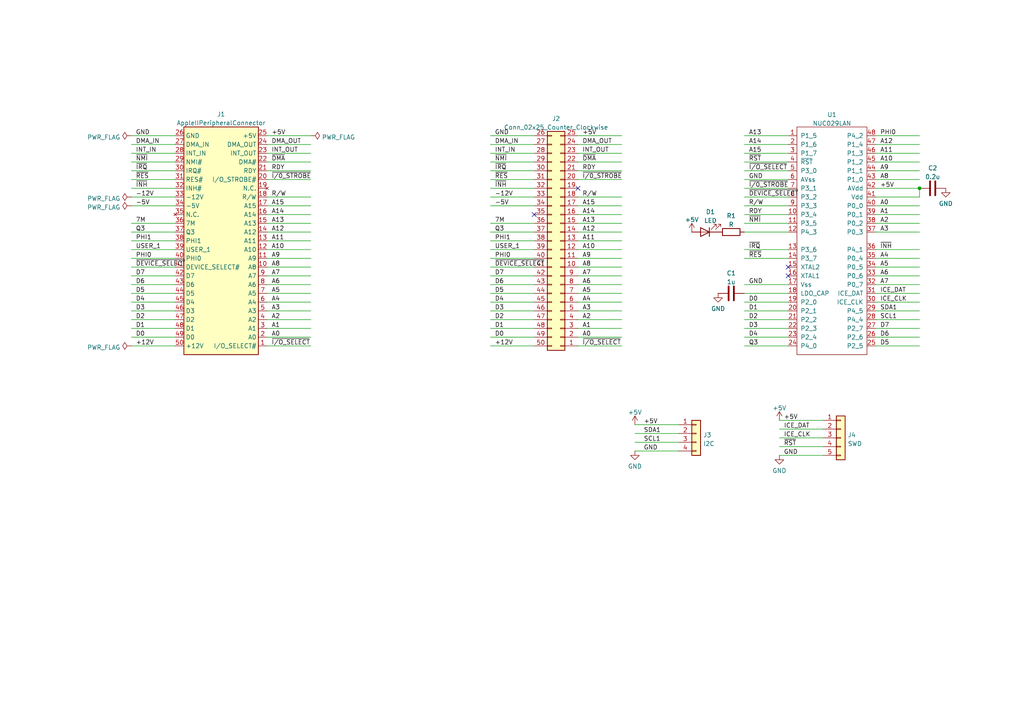
<source format=kicad_sch>
(kicad_sch (version 20211123) (generator eeschema)
  (paper "A4")
  (lib_symbols
    (symbol "Connector_Generic:Conn_01x04" (pin_names (offset 1.016) hide)
      (property "Reference" "J" (at 0 5.08 0))
      (property "Value" "Conn_01x04" (at 0 -7.62 0))
      (symbol "Conn_01x04_1_1"
        (rectangle (start -1.27 -4.953) (end 0 -5.207) (stroke (width 0.1524)))
        (rectangle (start -1.27 -2.413) (end 0 -2.667) (stroke (width 0.1524)))
        (rectangle (start -1.27 0.127) (end 0 -0.127) (stroke (width 0.1524)))
        (rectangle (start -1.27 2.667) (end 0 2.413) (stroke (width 0.1524)))
        (rectangle (start -1.27 3.81) (end 1.27 -6.35) (stroke (width 0.254)) (fill (type background)))
        (pin passive line (at -5.08 2.54 0) (length 3.81) (name "Pin_1") (number "1"))
        (pin passive line (at -5.08 0 0) (length 3.81) (name "Pin_2") (number "2"))
        (pin passive line (at -5.08 -2.54 0) (length 3.81) (name "Pin_3") (number "3"))
        (pin passive line (at -5.08 -5.08 0) (length 3.81) (name "Pin_4") (number "4"))
      )
    )
    (symbol "Connector_Generic:Conn_01x05" (pin_names (offset 1.016) hide)
      (property "Reference" "J" (at 0 7.62 0))
      (property "Value" "Conn_01x05" (at 0 -7.62 0))
      (symbol "Conn_01x05_1_1"
        (rectangle (start -1.27 -4.953) (end 0 -5.207) (stroke (width 0.1524)))
        (rectangle (start -1.27 -2.413) (end 0 -2.667) (stroke (width 0.1524)))
        (rectangle (start -1.27 0.127) (end 0 -0.127) (stroke (width 0.1524)))
        (rectangle (start -1.27 2.667) (end 0 2.413) (stroke (width 0.1524)))
        (rectangle (start -1.27 5.207) (end 0 4.953) (stroke (width 0.1524)))
        (rectangle (start -1.27 6.35) (end 1.27 -6.35) (stroke (width 0.254)) (fill (type background)))
        (pin passive line (at -5.08 5.08 0) (length 3.81) (name "Pin_1") (number "1"))
        (pin passive line (at -5.08 2.54 0) (length 3.81) (name "Pin_2") (number "2"))
        (pin passive line (at -5.08 0 0) (length 3.81) (name "Pin_3") (number "3"))
        (pin passive line (at -5.08 -2.54 0) (length 3.81) (name "Pin_4") (number "4"))
        (pin passive line (at -5.08 -5.08 0) (length 3.81) (name "Pin_5") (number "5"))
      )
    )
    (symbol "Connector_Generic:Conn_02x25_Counter_Clockwise" (pin_names (offset 1.016) hide)
      (property "Reference" "J" (at 1.27 33.02 0))
      (property "Value" "Conn_02x25_Counter_Clockwise" (at 1.27 -33.02 0))
      (symbol "Conn_02x25_Counter_Clockwise_1_1"
        (rectangle (start -1.27 -30.353) (end 0 -30.607) (stroke (width 0.1524)))
        (rectangle (start -1.27 -27.813) (end 0 -28.067) (stroke (width 0.1524)))
        (rectangle (start -1.27 -25.273) (end 0 -25.527) (stroke (width 0.1524)))
        (rectangle (start -1.27 -22.733) (end 0 -22.987) (stroke (width 0.1524)))
        (rectangle (start -1.27 -20.193) (end 0 -20.447) (stroke (width 0.1524)))
        (rectangle (start -1.27 -17.653) (end 0 -17.907) (stroke (width 0.1524)))
        (rectangle (start -1.27 -15.113) (end 0 -15.367) (stroke (width 0.1524)))
        (rectangle (start -1.27 -12.573) (end 0 -12.827) (stroke (width 0.1524)))
        (rectangle (start -1.27 -10.033) (end 0 -10.287) (stroke (width 0.1524)))
        (rectangle (start -1.27 -7.493) (end 0 -7.747) (stroke (width 0.1524)))
        (rectangle (start -1.27 -4.953) (end 0 -5.207) (stroke (width 0.1524)))
        (rectangle (start -1.27 -2.413) (end 0 -2.667) (stroke (width 0.1524)))
        (rectangle (start -1.27 0.127) (end 0 -0.127) (stroke (width 0.1524)))
        (rectangle (start -1.27 2.667) (end 0 2.413) (stroke (width 0.1524)))
        (rectangle (start -1.27 5.207) (end 0 4.953) (stroke (width 0.1524)))
        (rectangle (start -1.27 7.747) (end 0 7.493) (stroke (width 0.1524)))
        (rectangle (start -1.27 10.287) (end 0 10.033) (stroke (width 0.1524)))
        (rectangle (start -1.27 12.827) (end 0 12.573) (stroke (width 0.1524)))
        (rectangle (start -1.27 15.367) (end 0 15.113) (stroke (width 0.1524)))
        (rectangle (start -1.27 17.907) (end 0 17.653) (stroke (width 0.1524)))
        (rectangle (start -1.27 20.447) (end 0 20.193) (stroke (width 0.1524)))
        (rectangle (start -1.27 22.987) (end 0 22.733) (stroke (width 0.1524)))
        (rectangle (start -1.27 25.527) (end 0 25.273) (stroke (width 0.1524)))
        (rectangle (start -1.27 28.067) (end 0 27.813) (stroke (width 0.1524)))
        (rectangle (start -1.27 30.607) (end 0 30.353) (stroke (width 0.1524)))
        (rectangle (start -1.27 31.75) (end 3.81 -31.75) (stroke (width 0.254)) (fill (type background)))
        (rectangle (start 3.81 -30.353) (end 2.54 -30.607) (stroke (width 0.1524)))
        (rectangle (start 3.81 -27.813) (end 2.54 -28.067) (stroke (width 0.1524)))
        (rectangle (start 3.81 -25.273) (end 2.54 -25.527) (stroke (width 0.1524)))
        (rectangle (start 3.81 -22.733) (end 2.54 -22.987) (stroke (width 0.1524)))
        (rectangle (start 3.81 -20.193) (end 2.54 -20.447) (stroke (width 0.1524)))
        (rectangle (start 3.81 -17.653) (end 2.54 -17.907) (stroke (width 0.1524)))
        (rectangle (start 3.81 -15.113) (end 2.54 -15.367) (stroke (width 0.1524)))
        (rectangle (start 3.81 -12.573) (end 2.54 -12.827) (stroke (width 0.1524)))
        (rectangle (start 3.81 -10.033) (end 2.54 -10.287) (stroke (width 0.1524)))
        (rectangle (start 3.81 -7.493) (end 2.54 -7.747) (stroke (width 0.1524)))
        (rectangle (start 3.81 -4.953) (end 2.54 -5.207) (stroke (width 0.1524)))
        (rectangle (start 3.81 -2.413) (end 2.54 -2.667) (stroke (width 0.1524)))
        (rectangle (start 3.81 0.127) (end 2.54 -0.127) (stroke (width 0.1524)))
        (rectangle (start 3.81 2.667) (end 2.54 2.413) (stroke (width 0.1524)))
        (rectangle (start 3.81 5.207) (end 2.54 4.953) (stroke (width 0.1524)))
        (rectangle (start 3.81 7.747) (end 2.54 7.493) (stroke (width 0.1524)))
        (rectangle (start 3.81 10.287) (end 2.54 10.033) (stroke (width 0.1524)))
        (rectangle (start 3.81 12.827) (end 2.54 12.573) (stroke (width 0.1524)))
        (rectangle (start 3.81 15.367) (end 2.54 15.113) (stroke (width 0.1524)))
        (rectangle (start 3.81 17.907) (end 2.54 17.653) (stroke (width 0.1524)))
        (rectangle (start 3.81 20.447) (end 2.54 20.193) (stroke (width 0.1524)))
        (rectangle (start 3.81 22.987) (end 2.54 22.733) (stroke (width 0.1524)))
        (rectangle (start 3.81 25.527) (end 2.54 25.273) (stroke (width 0.1524)))
        (rectangle (start 3.81 28.067) (end 2.54 27.813) (stroke (width 0.1524)))
        (rectangle (start 3.81 30.607) (end 2.54 30.353) (stroke (width 0.1524)))
        (pin passive line (at -5.08 30.48 0) (length 3.81) (name "Pin_1") (number "1"))
        (pin passive line (at -5.08 7.62 0) (length 3.81) (name "Pin_10") (number "10"))
        (pin passive line (at -5.08 5.08 0) (length 3.81) (name "Pin_11") (number "11"))
        (pin passive line (at -5.08 2.54 0) (length 3.81) (name "Pin_12") (number "12"))
        (pin passive line (at -5.08 0 0) (length 3.81) (name "Pin_13") (number "13"))
        (pin passive line (at -5.08 -2.54 0) (length 3.81) (name "Pin_14") (number "14"))
        (pin passive line (at -5.08 -5.08 0) (length 3.81) (name "Pin_15") (number "15"))
        (pin passive line (at -5.08 -7.62 0) (length 3.81) (name "Pin_16") (number "16"))
        (pin passive line (at -5.08 -10.16 0) (length 3.81) (name "Pin_17") (number "17"))
        (pin passive line (at -5.08 -12.7 0) (length 3.81) (name "Pin_18") (number "18"))
        (pin passive line (at -5.08 -15.24 0) (length 3.81) (name "Pin_19") (number "19"))
        (pin passive line (at -5.08 27.94 0) (length 3.81) (name "Pin_2") (number "2"))
        (pin passive line (at -5.08 -17.78 0) (length 3.81) (name "Pin_20") (number "20"))
        (pin passive line (at -5.08 -20.32 0) (length 3.81) (name "Pin_21") (number "21"))
        (pin passive line (at -5.08 -22.86 0) (length 3.81) (name "Pin_22") (number "22"))
        (pin passive line (at -5.08 -25.4 0) (length 3.81) (name "Pin_23") (number "23"))
        (pin passive line (at -5.08 -27.94 0) (length 3.81) (name "Pin_24") (number "24"))
        (pin passive line (at -5.08 -30.48 0) (length 3.81) (name "Pin_25") (number "25"))
        (pin passive line (at 7.62 -30.48 180) (length 3.81) (name "Pin_26") (number "26"))
        (pin passive line (at 7.62 -27.94 180) (length 3.81) (name "Pin_27") (number "27"))
        (pin passive line (at 7.62 -25.4 180) (length 3.81) (name "Pin_28") (number "28"))
        (pin passive line (at 7.62 -22.86 180) (length 3.81) (name "Pin_29") (number "29"))
        (pin passive line (at -5.08 25.4 0) (length 3.81) (name "Pin_3") (number "3"))
        (pin passive line (at 7.62 -20.32 180) (length 3.81) (name "Pin_30") (number "30"))
        (pin passive line (at 7.62 -17.78 180) (length 3.81) (name "Pin_31") (number "31"))
        (pin passive line (at 7.62 -15.24 180) (length 3.81) (name "Pin_32") (number "32"))
        (pin passive line (at 7.62 -12.7 180) (length 3.81) (name "Pin_33") (number "33"))
        (pin passive line (at 7.62 -10.16 180) (length 3.81) (name "Pin_34") (number "34"))
        (pin passive line (at 7.62 -7.62 180) (length 3.81) (name "Pin_35") (number "35"))
        (pin passive line (at 7.62 -5.08 180) (length 3.81) (name "Pin_36") (number "36"))
        (pin passive line (at 7.62 -2.54 180) (length 3.81) (name "Pin_37") (number "37"))
        (pin passive line (at 7.62 0 180) (length 3.81) (name "Pin_38") (number "38"))
        (pin passive line (at 7.62 2.54 180) (length 3.81) (name "Pin_39") (number "39"))
        (pin passive line (at -5.08 22.86 0) (length 3.81) (name "Pin_4") (number "4"))
        (pin passive line (at 7.62 5.08 180) (length 3.81) (name "Pin_40") (number "40"))
        (pin passive line (at 7.62 7.62 180) (length 3.81) (name "Pin_41") (number "41"))
        (pin passive line (at 7.62 10.16 180) (length 3.81) (name "Pin_42") (number "42"))
        (pin passive line (at 7.62 12.7 180) (length 3.81) (name "Pin_43") (number "43"))
        (pin passive line (at 7.62 15.24 180) (length 3.81) (name "Pin_44") (number "44"))
        (pin passive line (at 7.62 17.78 180) (length 3.81) (name "Pin_45") (number "45"))
        (pin passive line (at 7.62 20.32 180) (length 3.81) (name "Pin_46") (number "46"))
        (pin passive line (at 7.62 22.86 180) (length 3.81) (name "Pin_47") (number "47"))
        (pin passive line (at 7.62 25.4 180) (length 3.81) (name "Pin_48") (number "48"))
        (pin passive line (at 7.62 27.94 180) (length 3.81) (name "Pin_49") (number "49"))
        (pin passive line (at -5.08 20.32 0) (length 3.81) (name "Pin_5") (number "5"))
        (pin passive line (at 7.62 30.48 180) (length 3.81) (name "Pin_50") (number "50"))
        (pin passive line (at -5.08 17.78 0) (length 3.81) (name "Pin_6") (number "6"))
        (pin passive line (at -5.08 15.24 0) (length 3.81) (name "Pin_7") (number "7"))
        (pin passive line (at -5.08 12.7 0) (length 3.81) (name "Pin_8") (number "8"))
        (pin passive line (at -5.08 10.16 0) (length 3.81) (name "Pin_9") (number "9"))
      )
    )
    (symbol "Device:C" (pin_numbers hide) (pin_names (offset 0.254))
      (property "Reference" "C" (at 0.635 2.54 0))
      (property "Value" "C" (at 0.635 -2.54 0))
      (symbol "C_0_1"
        (polyline (pts (xy -2.032 -0.762) (xy 2.032 -0.762)) (stroke (width 0.508)))
        (polyline (pts (xy -2.032 0.762) (xy 2.032 0.762)) (stroke (width 0.508)))
      )
      (symbol "C_1_1"
        (pin passive line (at 0 3.81 270) (length 2.794) (name "~") (number "1"))
        (pin passive line (at 0 -3.81 90) (length 2.794) (name "~") (number "2"))
      )
    )
    (symbol "Device:LED" (pin_numbers hide) (pin_names (offset 1.016) hide)
      (property "Reference" "D" (at 0 2.54 0))
      (property "Value" "LED" (at 0 -2.54 0))
      (symbol "LED_0_1"
        (polyline (pts (xy -1.27 -1.27) (xy -1.27 1.27)) (stroke (width 0.254)))
        (polyline (pts (xy -1.27 0) (xy 1.27 0)))
        (polyline (pts (xy 1.27 -1.27) (xy 1.27 1.27) (xy -1.27 0) (xy 1.27 -1.27)) (stroke (width 0.254)))
        (polyline (pts (xy -3.048 -0.762) (xy -4.572 -2.286) (xy -3.81 -2.286) (xy -4.572 -2.286) (xy -4.572 -1.524)))
        (polyline (pts (xy -1.778 -0.762) (xy -3.302 -2.286) (xy -2.54 -2.286) (xy -3.302 -2.286) (xy -3.302 -1.524)))
      )
      (symbol "LED_1_1"
        (pin passive line (at -3.81 0 0) (length 2.54) (name "K") (number "1"))
        (pin passive line (at 3.81 0 180) (length 2.54) (name "A") (number "2"))
      )
    )
    (symbol "Device:R" (pin_numbers hide) (pin_names (offset 0))
      (property "Reference" "R" (at 2.032 0 90))
      (property "Value" "R" (at 0 0 90))
      (symbol "R_0_1"
        (rectangle (start -1.016 -2.54) (end 1.016 2.54) (stroke (width 0.254)))
      )
      (symbol "R_1_1"
        (pin passive line (at 0 3.81 270) (length 1.27) (name "~") (number "1"))
        (pin passive line (at 0 -3.81 90) (length 1.27) (name "~") (number "2"))
      )
    )
    (symbol "power:+5V" (power) (pin_names (offset 0))
      (property "Value" "+5V" (at 0 3.556 0))
      (symbol "+5V_0_1"
        (polyline (pts (xy -0.762 1.27) (xy 0 2.54)))
        (polyline (pts (xy 0 0) (xy 0 2.54)))
        (polyline (pts (xy 0 2.54) (xy 0.762 1.27)))
      )
      (symbol "+5V_1_1"
        (pin power_in line (at 0 0 90) (length 0) hide (name "+5V") (number "1"))
      )
    )
    (symbol "power:GND" (power) (pin_names (offset 0))
      (property "Value" "GND" (at 0 -3.81 0))
      (symbol "GND_0_1"
        (polyline (pts (xy 0 0) (xy 0 -1.27) (xy 1.27 -1.27) (xy 0 -2.54) (xy -1.27 -1.27) (xy 0 -1.27)))
      )
      (symbol "GND_1_1"
        (pin power_in line (at 0 0 270) (length 0) hide (name "GND") (number "1"))
      )
    )
    (symbol "power:PWR_FLAG" (power) (pin_numbers hide) (pin_names (offset 0) hide)
      (property "Value" "PWR_FLAG" (at 0 3.81 0))
      (symbol "PWR_FLAG_0_0"
        (pin power_out line (at 0 0 90) (length 0) (name "pwr") (number "1"))
      )
      (symbol "PWR_FLAG_0_1"
        (polyline (pts (xy 0 0) (xy 0 1.27) (xy -1.016 1.905) (xy 0 2.54) (xy 1.016 1.905) (xy 0 1.27)))
      )
    )
    (symbol "toyoshim:AppleIIPeripheralConnector"
      (property "Reference" "J" (at -7.62 24.13 0))
      (property "Value" "AppleIIPeripheralConnector" (at -8.89 -45.72 0))
      (symbol "AppleIIPeripheralConnector_1_1"
        (rectangle (start -7.62 22.86) (end 13.97 -43.18) (stroke (width 0.254)) (fill (type background)))
        (pin input line (at 16.51 -40.64 180) (length 2.54) (name "I/O_SELECT#") (number "1"))
        (pin input line (at 16.51 -17.78 180) (length 2.54) (name "A8") (number "10"))
        (pin input line (at 16.51 -15.24 180) (length 2.54) (name "A9") (number "11"))
        (pin input line (at 16.51 -12.7 180) (length 2.54) (name "A10") (number "12"))
        (pin input line (at 16.51 -10.16 180) (length 2.54) (name "A11") (number "13"))
        (pin input line (at 16.51 -7.62 180) (length 2.54) (name "A12") (number "14"))
        (pin input line (at 16.51 -5.08 180) (length 2.54) (name "A13") (number "15"))
        (pin input line (at 16.51 -2.54 180) (length 2.54) (name "A14") (number "16"))
        (pin input line (at 16.51 0 180) (length 2.54) (name "A15") (number "17"))
        (pin input line (at 16.51 2.54 180) (length 2.54) (name "R/W") (number "18"))
        (pin no_connect line (at 16.51 5.08 180) (length 2.54) (name "N.C.") (number "19"))
        (pin input line (at 16.51 -38.1 180) (length 2.54) (name "A0") (number "2"))
        (pin input line (at 16.51 7.62 180) (length 2.54) (name "I/O_STROBE#") (number "20"))
        (pin open_collector line (at 16.51 10.16 180) (length 2.54) (name "RDY") (number "21"))
        (pin open_collector line (at 16.51 12.7 180) (length 2.54) (name "DMA#") (number "22"))
        (pin output line (at 16.51 15.24 180) (length 2.54) (name "INT_OUT") (number "23"))
        (pin output line (at 16.51 17.78 180) (length 2.54) (name "DMA_OUT") (number "24"))
        (pin power_in line (at 16.51 20.32 180) (length 2.54) (name "+5V") (number "25"))
        (pin power_in line (at -10.16 20.32 0) (length 2.54) (name "GND") (number "26"))
        (pin input line (at -10.16 17.78 0) (length 2.54) (name "DMA_IN") (number "27"))
        (pin input line (at -10.16 15.24 0) (length 2.54) (name "INT_IN") (number "28"))
        (pin open_collector line (at -10.16 12.7 0) (length 2.54) (name "NMI#") (number "29"))
        (pin input line (at 16.51 -35.56 180) (length 2.54) (name "A1") (number "3"))
        (pin open_collector line (at -10.16 10.16 0) (length 2.54) (name "IRQ#") (number "30"))
        (pin input line (at -10.16 7.62 0) (length 2.54) (name "RES#") (number "31"))
        (pin open_collector line (at -10.16 5.08 0) (length 2.54) (name "INH#") (number "32"))
        (pin power_in line (at -10.16 2.54 0) (length 2.54) (name "-12V") (number "33"))
        (pin power_in line (at -10.16 0 0) (length 2.54) (name "-5V") (number "34"))
        (pin no_connect line (at -10.16 -2.54 0) (length 2.54) (name "N.C.") (number "35"))
        (pin input line (at -10.16 -5.08 0) (length 2.54) (name "7M") (number "36"))
        (pin input line (at -10.16 -7.62 0) (length 2.54) (name "Q3") (number "37"))
        (pin input line (at -10.16 -10.16 0) (length 2.54) (name "PHI1") (number "38"))
        (pin bidirectional line (at -10.16 -12.7 0) (length 2.54) (name "USER_1") (number "39"))
        (pin input line (at 16.51 -33.02 180) (length 2.54) (name "A2") (number "4"))
        (pin input line (at -10.16 -15.24 0) (length 2.54) (name "PHI0") (number "40"))
        (pin input line (at -10.16 -17.78 0) (length 2.54) (name "DEVICE_SELECT#") (number "41"))
        (pin bidirectional line (at -10.16 -20.32 0) (length 2.54) (name "D7") (number "42"))
        (pin bidirectional line (at -10.16 -22.86 0) (length 2.54) (name "D6") (number "43"))
        (pin bidirectional line (at -10.16 -25.4 0) (length 2.54) (name "D5") (number "44"))
        (pin bidirectional line (at -10.16 -27.94 0) (length 2.54) (name "D4") (number "45"))
        (pin bidirectional line (at -10.16 -30.48 0) (length 2.54) (name "D3") (number "46"))
        (pin bidirectional line (at -10.16 -33.02 0) (length 2.54) (name "D2") (number "47"))
        (pin bidirectional line (at -10.16 -35.56 0) (length 2.54) (name "D1") (number "48"))
        (pin bidirectional line (at -10.16 -38.1 0) (length 2.54) (name "D0") (number "49"))
        (pin input line (at 16.51 -30.48 180) (length 2.54) (name "A3") (number "5"))
        (pin power_in line (at -10.16 -40.64 0) (length 2.54) (name "+12V") (number "50"))
        (pin input line (at 16.51 -27.94 180) (length 2.54) (name "A4") (number "6"))
        (pin input line (at 16.51 -25.4 180) (length 2.54) (name "A5") (number "7"))
        (pin input line (at 16.51 -22.86 180) (length 2.54) (name "A6") (number "8"))
        (pin input line (at 16.51 -20.32 180) (length 2.54) (name "A7") (number "9"))
      )
    )
    (symbol "toyoshim:NUC029LAN" (pin_names (offset 1.016))
      (property "Reference" "U" (at 0 36.83 0))
      (property "Value" "NUC029LAN" (at 0 34.29 0))
      (symbol "NUC029LAN_0_1"
        (rectangle (start -10.16 31.75) (end 10.16 -34.29))
      )
      (symbol "NUC029LAN_1_1"
        (pin tri_state line (at -12.7 29.21 0) (length 2.54) (name "P1_5") (number "1"))
        (pin tri_state line (at -12.7 6.35 0) (length 2.54) (name "P3_4") (number "10"))
        (pin tri_state line (at -12.7 3.81 0) (length 2.54) (name "P3_5") (number "11"))
        (pin tri_state line (at -12.7 1.27 0) (length 2.54) (name "P4_3") (number "12"))
        (pin tri_state line (at -12.7 -3.81 0) (length 2.54) (name "P3_6") (number "13"))
        (pin tri_state line (at -12.7 -6.35 0) (length 2.54) (name "P3_7") (number "14"))
        (pin output line (at -12.7 -8.89 0) (length 2.54) (name "XTAL2") (number "15"))
        (pin input line (at -12.7 -11.43 0) (length 2.54) (name "XTAL1") (number "16"))
        (pin power_in line (at -12.7 -13.97 0) (length 2.54) (name "Vss") (number "17"))
        (pin power_out line (at -12.7 -16.51 0) (length 2.54) (name "LDO_CAP") (number "18"))
        (pin tri_state line (at -12.7 -19.05 0) (length 2.54) (name "P2_0") (number "19"))
        (pin tri_state line (at -12.7 26.67 0) (length 2.54) (name "P1_6") (number "2"))
        (pin tri_state line (at -12.7 -21.59 0) (length 2.54) (name "P2_1") (number "20"))
        (pin tri_state line (at -12.7 -24.13 0) (length 2.54) (name "P2_2") (number "21"))
        (pin tri_state line (at -12.7 -26.67 0) (length 2.54) (name "P2_3") (number "22"))
        (pin tri_state line (at -12.7 -29.21 0) (length 2.54) (name "P2_4") (number "23"))
        (pin tri_state line (at -12.7 -31.75 0) (length 2.54) (name "P4_0") (number "24"))
        (pin tri_state line (at 12.7 -31.75 180) (length 2.54) (name "P2_5") (number "25"))
        (pin tri_state line (at 12.7 -29.21 180) (length 2.54) (name "P2_6") (number "26"))
        (pin tri_state line (at 12.7 -26.67 180) (length 2.54) (name "P2_7") (number "27"))
        (pin tri_state line (at 12.7 -24.13 180) (length 2.54) (name "P4_4") (number "28"))
        (pin tri_state line (at 12.7 -21.59 180) (length 2.54) (name "P4_5") (number "29"))
        (pin tri_state line (at -12.7 24.13 0) (length 2.54) (name "P1_7") (number "3"))
        (pin tri_state line (at 12.7 -19.05 180) (length 2.54) (name "ICE_CLK") (number "30"))
        (pin tri_state line (at 12.7 -16.51 180) (length 2.54) (name "ICE_DAT") (number "31"))
        (pin tri_state line (at 12.7 -13.97 180) (length 2.54) (name "P0_7") (number "32"))
        (pin tri_state line (at 12.7 -11.43 180) (length 2.54) (name "P0_6") (number "33"))
        (pin tri_state line (at 12.7 -8.89 180) (length 2.54) (name "P0_5") (number "34"))
        (pin tri_state line (at 12.7 -6.35 180) (length 2.54) (name "P0_4") (number "35"))
        (pin tri_state line (at 12.7 -3.81 180) (length 2.54) (name "P4_1") (number "36"))
        (pin tri_state line (at 12.7 1.27 180) (length 2.54) (name "P0_3") (number "37"))
        (pin tri_state line (at 12.7 3.81 180) (length 2.54) (name "P0_2") (number "38"))
        (pin tri_state line (at 12.7 6.35 180) (length 2.54) (name "P0_1") (number "39"))
        (pin input line (at -12.7 21.59 0) (length 2.54) (name "~{RST}") (number "4"))
        (pin tri_state line (at 12.7 8.89 180) (length 2.54) (name "P0_0") (number "40"))
        (pin power_in line (at 12.7 11.43 180) (length 2.54) (name "Vdd") (number "41"))
        (pin power_in line (at 12.7 13.97 180) (length 2.54) (name "AVdd") (number "42"))
        (pin tri_state line (at 12.7 16.51 180) (length 2.54) (name "P1_0") (number "43"))
        (pin tri_state line (at 12.7 19.05 180) (length 2.54) (name "P1_1") (number "44"))
        (pin tri_state line (at 12.7 21.59 180) (length 2.54) (name "P1_2") (number "45"))
        (pin tri_state line (at 12.7 24.13 180) (length 2.54) (name "P1_3") (number "46"))
        (pin tri_state line (at 12.7 26.67 180) (length 2.54) (name "P1_4") (number "47"))
        (pin tri_state line (at 12.7 29.21 180) (length 2.54) (name "P4_2") (number "48"))
        (pin tri_state line (at -12.7 19.05 0) (length 2.54) (name "P3_0") (number "5"))
        (pin power_in line (at -12.7 16.51 0) (length 2.54) (name "AVss") (number "6"))
        (pin tri_state line (at -12.7 13.97 0) (length 2.54) (name "P3_1") (number "7"))
        (pin tri_state line (at -12.7 11.43 0) (length 2.54) (name "P3_2") (number "8"))
        (pin tri_state line (at -12.7 8.89 0) (length 2.54) (name "P3_3") (number "9"))
      )
    )
  )
  (junction (at 266.7 54.61))
  (no_connect (at 228.6 77.47))
  (no_connect (at 228.6 80.01))
  (no_connect (at 167.64 54.61))
  (no_connect (at 154.94 62.23))
  (wire (pts (xy 77.47 57.15) (xy 90.17 57.15)))
  (wire (pts (xy 215.9 64.77) (xy 228.6 64.77)))
  (wire (pts (xy 38.1 59.69) (xy 50.8 59.69)))
  (wire (pts (xy 167.64 44.45) (xy 180.34 44.45)))
  (wire (pts (xy 142.24 72.39) (xy 154.94 72.39)))
  (wire (pts (xy 77.47 69.85) (xy 90.17 69.85)))
  (wire (pts (xy 254 46.99) (xy 266.7 46.99)))
  (wire (pts (xy 77.47 80.01) (xy 90.17 80.01)))
  (wire (pts (xy 77.47 67.31) (xy 90.17 67.31)))
  (wire (pts (xy 38.1 92.71) (xy 50.8 92.71)))
  (wire (pts (xy 38.1 67.31) (xy 50.8 67.31)))
  (wire (pts (xy 167.64 85.09) (xy 180.34 85.09)))
  (wire (pts (xy 167.64 57.15) (xy 180.34 57.15)))
  (wire (pts (xy 142.24 85.09) (xy 154.94 85.09)))
  (wire (pts (xy 167.64 90.17) (xy 180.34 90.17)))
  (wire (pts (xy 142.24 59.69) (xy 154.94 59.69)))
  (wire (pts (xy 184.15 125.73) (xy 196.85 125.73)))
  (wire (pts (xy 215.9 90.17) (xy 228.6 90.17)))
  (wire (pts (xy 142.24 54.61) (xy 154.94 54.61)))
  (wire (pts (xy 215.9 100.33) (xy 228.6 100.33)))
  (wire (pts (xy 254 54.61) (xy 266.7 54.61)))
  (wire (pts (xy 142.24 39.37) (xy 154.94 39.37)))
  (wire (pts (xy 167.64 82.55) (xy 180.34 82.55)))
  (wire (pts (xy 226.06 124.46) (xy 238.76 124.46)))
  (wire (pts (xy 142.24 77.47) (xy 154.94 77.47)))
  (wire (pts (xy 38.1 95.25) (xy 50.8 95.25)))
  (wire (pts (xy 184.15 130.81) (xy 196.85 130.81)))
  (wire (pts (xy 254 62.23) (xy 266.7 62.23)))
  (wire (pts (xy 38.1 87.63) (xy 50.8 87.63)))
  (wire (pts (xy 38.1 74.93) (xy 50.8 74.93)))
  (wire (pts (xy 167.64 97.79) (xy 180.34 97.79)))
  (wire (pts (xy 38.1 57.15) (xy 50.8 57.15)))
  (wire (pts (xy 266.7 54.61) (xy 266.7 57.15)))
  (wire (pts (xy 226.06 132.08) (xy 238.76 132.08)))
  (wire (pts (xy 167.64 52.07) (xy 180.34 52.07)))
  (wire (pts (xy 215.9 85.09) (xy 228.6 85.09)))
  (wire (pts (xy 254 80.01) (xy 266.7 80.01)))
  (wire (pts (xy 184.15 128.27) (xy 196.85 128.27)))
  (wire (pts (xy 215.9 87.63) (xy 228.6 87.63)))
  (wire (pts (xy 38.1 49.53) (xy 50.8 49.53)))
  (wire (pts (xy 215.9 39.37) (xy 228.6 39.37)))
  (wire (pts (xy 77.47 97.79) (xy 90.17 97.79)))
  (wire (pts (xy 167.64 59.69) (xy 180.34 59.69)))
  (wire (pts (xy 77.47 72.39) (xy 90.17 72.39)))
  (wire (pts (xy 38.1 97.79) (xy 50.8 97.79)))
  (wire (pts (xy 142.24 97.79) (xy 154.94 97.79)))
  (wire (pts (xy 77.47 87.63) (xy 90.17 87.63)))
  (wire (pts (xy 254 44.45) (xy 266.7 44.45)))
  (wire (pts (xy 142.24 49.53) (xy 154.94 49.53)))
  (wire (pts (xy 77.47 44.45) (xy 90.17 44.45)))
  (wire (pts (xy 254 72.39) (xy 266.7 72.39)))
  (wire (pts (xy 77.47 74.93) (xy 90.17 74.93)))
  (wire (pts (xy 142.24 64.77) (xy 154.94 64.77)))
  (wire (pts (xy 77.47 85.09) (xy 90.17 85.09)))
  (wire (pts (xy 77.47 82.55) (xy 90.17 82.55)))
  (wire (pts (xy 226.06 121.92) (xy 238.76 121.92)))
  (wire (pts (xy 254 87.63) (xy 266.7 87.63)))
  (wire (pts (xy 77.47 92.71) (xy 90.17 92.71)))
  (wire (pts (xy 254 97.79) (xy 266.7 97.79)))
  (wire (pts (xy 215.9 92.71) (xy 228.6 92.71)))
  (wire (pts (xy 38.1 64.77) (xy 50.8 64.77)))
  (wire (pts (xy 167.64 100.33) (xy 180.34 100.33)))
  (wire (pts (xy 38.1 69.85) (xy 50.8 69.85)))
  (wire (pts (xy 38.1 39.37) (xy 50.8 39.37)))
  (wire (pts (xy 215.9 67.31) (xy 228.6 67.31)))
  (wire (pts (xy 215.9 52.07) (xy 228.6 52.07)))
  (wire (pts (xy 167.64 39.37) (xy 180.34 39.37)))
  (wire (pts (xy 142.24 69.85) (xy 154.94 69.85)))
  (wire (pts (xy 142.24 87.63) (xy 154.94 87.63)))
  (wire (pts (xy 142.24 41.91) (xy 154.94 41.91)))
  (wire (pts (xy 77.47 62.23) (xy 90.17 62.23)))
  (wire (pts (xy 142.24 92.71) (xy 154.94 92.71)))
  (wire (pts (xy 215.9 72.39) (xy 228.6 72.39)))
  (wire (pts (xy 77.47 49.53) (xy 90.17 49.53)))
  (wire (pts (xy 38.1 72.39) (xy 50.8 72.39)))
  (wire (pts (xy 167.64 41.91) (xy 180.34 41.91)))
  (wire (pts (xy 77.47 95.25) (xy 90.17 95.25)))
  (wire (pts (xy 142.24 82.55) (xy 154.94 82.55)))
  (wire (pts (xy 38.1 44.45) (xy 50.8 44.45)))
  (wire (pts (xy 142.24 80.01) (xy 154.94 80.01)))
  (wire (pts (xy 38.1 46.99) (xy 50.8 46.99)))
  (wire (pts (xy 77.47 41.91) (xy 90.17 41.91)))
  (wire (pts (xy 226.06 127) (xy 238.76 127)))
  (wire (pts (xy 38.1 41.91) (xy 50.8 41.91)))
  (wire (pts (xy 215.9 46.99) (xy 228.6 46.99)))
  (wire (pts (xy 215.9 95.25) (xy 228.6 95.25)))
  (wire (pts (xy 254 67.31) (xy 266.7 67.31)))
  (wire (pts (xy 38.1 77.47) (xy 50.8 77.47)))
  (wire (pts (xy 254 77.47) (xy 266.7 77.47)))
  (wire (pts (xy 215.9 41.91) (xy 228.6 41.91)))
  (wire (pts (xy 215.9 54.61) (xy 228.6 54.61)))
  (wire (pts (xy 254 64.77) (xy 266.7 64.77)))
  (wire (pts (xy 167.64 46.99) (xy 180.34 46.99)))
  (wire (pts (xy 254 92.71) (xy 266.7 92.71)))
  (wire (pts (xy 142.24 67.31) (xy 154.94 67.31)))
  (wire (pts (xy 215.9 97.79) (xy 228.6 97.79)))
  (wire (pts (xy 77.47 52.07) (xy 90.17 52.07)))
  (wire (pts (xy 38.1 82.55) (xy 50.8 82.55)))
  (wire (pts (xy 254 41.91) (xy 266.7 41.91)))
  (wire (pts (xy 167.64 72.39) (xy 180.34 72.39)))
  (wire (pts (xy 254 74.93) (xy 266.7 74.93)))
  (wire (pts (xy 215.9 49.53) (xy 228.6 49.53)))
  (wire (pts (xy 167.64 77.47) (xy 180.34 77.47)))
  (wire (pts (xy 77.47 64.77) (xy 90.17 64.77)))
  (wire (pts (xy 184.15 123.19) (xy 196.85 123.19)))
  (wire (pts (xy 142.24 44.45) (xy 154.94 44.45)))
  (wire (pts (xy 167.64 74.93) (xy 180.34 74.93)))
  (wire (pts (xy 142.24 74.93) (xy 154.94 74.93)))
  (wire (pts (xy 167.64 92.71) (xy 180.34 92.71)))
  (wire (pts (xy 38.1 85.09) (xy 50.8 85.09)))
  (wire (pts (xy 254 52.07) (xy 266.7 52.07)))
  (wire (pts (xy 215.9 74.93) (xy 228.6 74.93)))
  (wire (pts (xy 142.24 95.25) (xy 154.94 95.25)))
  (wire (pts (xy 77.47 39.37) (xy 90.17 39.37)))
  (wire (pts (xy 167.64 49.53) (xy 180.34 49.53)))
  (wire (pts (xy 215.9 59.69) (xy 228.6 59.69)))
  (wire (pts (xy 167.64 69.85) (xy 180.34 69.85)))
  (wire (pts (xy 38.1 90.17) (xy 50.8 90.17)))
  (wire (pts (xy 38.1 80.01) (xy 50.8 80.01)))
  (wire (pts (xy 215.9 44.45) (xy 228.6 44.45)))
  (wire (pts (xy 77.47 77.47) (xy 90.17 77.47)))
  (wire (pts (xy 254 100.33) (xy 266.7 100.33)))
  (wire (pts (xy 254 49.53) (xy 266.7 49.53)))
  (wire (pts (xy 254 90.17) (xy 266.7 90.17)))
  (wire (pts (xy 215.9 82.55) (xy 228.6 82.55)))
  (wire (pts (xy 167.64 80.01) (xy 180.34 80.01)))
  (wire (pts (xy 226.06 129.54) (xy 238.76 129.54)))
  (wire (pts (xy 254 82.55) (xy 266.7 82.55)))
  (wire (pts (xy 167.64 67.31) (xy 180.34 67.31)))
  (wire (pts (xy 142.24 52.07) (xy 154.94 52.07)))
  (wire (pts (xy 167.64 95.25) (xy 180.34 95.25)))
  (wire (pts (xy 77.47 46.99) (xy 90.17 46.99)))
  (wire (pts (xy 38.1 100.33) (xy 50.8 100.33)))
  (wire (pts (xy 77.47 100.33) (xy 90.17 100.33)))
  (wire (pts (xy 77.47 90.17) (xy 90.17 90.17)))
  (wire (pts (xy 142.24 57.15) (xy 154.94 57.15)))
  (wire (pts (xy 254 95.25) (xy 266.7 95.25)))
  (wire (pts (xy 254 57.15) (xy 266.7 57.15)))
  (wire (pts (xy 215.9 62.23) (xy 228.6 62.23)))
  (wire (pts (xy 142.24 46.99) (xy 154.94 46.99)))
  (wire (pts (xy 254 39.37) (xy 266.7 39.37)))
  (wire (pts (xy 215.9 57.15) (xy 228.6 57.15)))
  (wire (pts (xy 167.64 64.77) (xy 180.34 64.77)))
  (wire (pts (xy 254 85.09) (xy 266.7 85.09)))
  (wire (pts (xy 142.24 100.33) (xy 154.94 100.33)))
  (wire (pts (xy 254 59.69) (xy 266.7 59.69)))
  (wire (pts (xy 38.1 54.61) (xy 50.8 54.61)))
  (wire (pts (xy 142.24 90.17) (xy 154.94 90.17)))
  (wire (pts (xy 167.64 87.63) (xy 180.34 87.63)))
  (wire (pts (xy 38.1 52.07) (xy 50.8 52.07)))
  (wire (pts (xy 167.64 62.23) (xy 180.34 62.23)))
  (wire (pts (xy 77.47 59.69) (xy 90.17 59.69)))
  (label "PHI0" (at 143.51 74.93 0))
  (label "~{I{slash}O_SELECT}" (at 217.17 49.53 0))
  (label "A8" (at 168.91 77.47 0))
  (label "A4" (at 168.91 87.63 0))
  (label "-12V" (at 39.37 57.15 0))
  (label "A15" (at 217.17 44.45 0))
  (label "SDA1" (at 255.27 90.17 0))
  (label "~{RES}" (at 143.51 52.07 0))
  (label "A11" (at 168.91 69.85 0))
  (label "GND" (at 143.51 39.37 0))
  (label "R{slash}W" (at 78.74 57.15 0))
  (label "D7" (at 255.27 95.25 0))
  (label "A9" (at 78.74 74.93 0))
  (label "A5" (at 255.27 77.47 0))
  (label "~{DMA}" (at 78.74 46.99 0))
  (label "GND" (at 217.17 52.07 0))
  (label "-5V" (at 143.51 59.69 0))
  (label "A7" (at 168.91 80.01 0))
  (label "A3" (at 255.27 67.31 0))
  (label "GND" (at 39.37 39.37 0))
  (label "~{IRQ}" (at 39.37 49.53 0))
  (label "DMA_IN" (at 143.51 41.91 0))
  (label "D0" (at 217.17 87.63 0))
  (label "~{DEVICE_SELECT}" (at 217.17 57.15 0))
  (label "A0" (at 78.74 97.79 0))
  (label "A5" (at 168.91 85.09 0))
  (label "A12" (at 168.91 67.31 0))
  (label "A9" (at 168.91 74.93 0))
  (label "A5" (at 78.74 85.09 0))
  (label "D2" (at 143.51 92.71 0))
  (label "A14" (at 217.17 41.91 0))
  (label "D1" (at 217.17 90.17 0))
  (label "~{I{slash}0_STROBE}" (at 78.74 52.07 0))
  (label "D6" (at 255.27 97.79 0))
  (label "D5" (at 255.27 100.33 0))
  (label "RDY" (at 217.17 62.23 0))
  (label "D5" (at 143.51 85.09 0))
  (label "+5V" (at 78.74 39.37 0))
  (label "A1" (at 78.74 95.25 0))
  (label "A3" (at 78.74 90.17 0))
  (label "D0" (at 39.37 97.79 0))
  (label "A10" (at 255.27 46.99 0))
  (label "A4" (at 255.27 74.93 0))
  (label "A15" (at 78.74 59.69 0))
  (label "SDA1" (at 186.69 125.73 0))
  (label "Q3" (at 39.37 67.31 0))
  (label "A0" (at 168.91 97.79 0))
  (label "+5V" (at 168.91 39.37 0))
  (label "INT_OUT" (at 168.91 44.45 0))
  (label "ICE_CLK" (at 227.33 127 0))
  (label "~{INH}" (at 255.27 72.39 0))
  (label "A13" (at 78.74 64.77 0))
  (label "A3" (at 168.91 90.17 0))
  (label "INT_IN" (at 39.37 44.45 0))
  (label "~{DEVICE_SELECT}" (at 39.37 77.47 0))
  (label "~{DMA}" (at 168.91 46.99 0))
  (label "+5V" (at 227.33 121.92 0))
  (label "+5V" (at 255.27 54.61 0))
  (label "D6" (at 39.37 82.55 0))
  (label "RDY" (at 78.74 49.53 0))
  (label "A1" (at 168.91 95.25 0))
  (label "~{RES}" (at 217.17 74.93 0))
  (label "~{I{slash}O_SELECT}" (at 78.74 100.33 0))
  (label "~{NMI}" (at 39.37 46.99 0))
  (label "DMA_OUT" (at 78.74 41.91 0))
  (label "D1" (at 39.37 95.25 0))
  (label "A2" (at 168.91 92.71 0))
  (label "R{slash}W" (at 168.91 57.15 0))
  (label "DMA_IN" (at 39.37 41.91 0))
  (label "D7" (at 143.51 80.01 0))
  (label "ICE_DAT" (at 255.27 85.09 0))
  (label "A2" (at 78.74 92.71 0))
  (label "A6" (at 78.74 82.55 0))
  (label "~{RES}" (at 39.37 52.07 0))
  (label "Q3" (at 217.17 100.33 0))
  (label "A13" (at 217.17 39.37 0))
  (label "~{RST}" (at 227.33 129.54 0))
  (label "D4" (at 217.17 97.79 0))
  (label "USER_1" (at 39.37 72.39 0))
  (label "~{DEVICE_SELECT}" (at 143.51 77.47 0))
  (label "A12" (at 255.27 41.91 0))
  (label "A11" (at 78.74 69.85 0))
  (label "USER_1" (at 143.51 72.39 0))
  (label "D5" (at 39.37 85.09 0))
  (label "A13" (at 168.91 64.77 0))
  (label "DMA_OUT" (at 168.91 41.91 0))
  (label "R{slash}W" (at 217.17 59.69 0))
  (label "D6" (at 143.51 82.55 0))
  (label "A14" (at 78.74 62.23 0))
  (label "D2" (at 217.17 92.71 0))
  (label "A6" (at 168.91 82.55 0))
  (label "~{RST}" (at 217.17 46.99 0))
  (label "ICE_DAT" (at 227.33 124.46 0))
  (label "PHI1" (at 143.51 69.85 0))
  (label "7M" (at 39.37 64.77 0))
  (label "-12V" (at 143.51 57.15 0))
  (label "ICE_CLK" (at 255.27 87.63 0))
  (label "~{I{slash}O_SELECT}" (at 168.91 100.33 0))
  (label "D4" (at 143.51 87.63 0))
  (label "~{IRQ}" (at 143.51 49.53 0))
  (label "+12V" (at 143.51 100.33 0))
  (label "A6" (at 255.27 80.01 0))
  (label "A10" (at 168.91 72.39 0))
  (label "A14" (at 168.91 62.23 0))
  (label "GND" (at 186.69 130.81 0))
  (label "A15" (at 168.91 59.69 0))
  (label "SCL1" (at 255.27 92.71 0))
  (label "A8" (at 78.74 77.47 0))
  (label "~{INH}" (at 39.37 54.61 0))
  (label "RDY" (at 168.91 49.53 0))
  (label "A11" (at 255.27 44.45 0))
  (label "PHI0" (at 255.27 39.37 0))
  (label "A7" (at 78.74 80.01 0))
  (label "~{NMI}" (at 217.17 64.77 0))
  (label "SCL1" (at 186.69 128.27 0))
  (label "A0" (at 255.27 59.69 0))
  (label "GND" (at 217.17 82.55 0))
  (label "A9" (at 255.27 49.53 0))
  (label "D3" (at 217.17 95.25 0))
  (label "INT_OUT" (at 78.74 44.45 0))
  (label "D3" (at 39.37 90.17 0))
  (label "+5V" (at 186.69 123.19 0))
  (label "D3" (at 143.51 90.17 0))
  (label "A1" (at 255.27 62.23 0))
  (label "Q3" (at 143.51 67.31 0))
  (label "D1" (at 143.51 95.25 0))
  (label "D4" (at 39.37 87.63 0))
  (label "A12" (at 78.74 67.31 0))
  (label "~{IRQ}" (at 217.17 72.39 0))
  (label "A4" (at 78.74 87.63 0))
  (label "~{NMI}" (at 143.51 46.99 0))
  (label "A10" (at 78.74 72.39 0))
  (label "~{I{slash}0_STROBE}" (at 217.17 54.61 0))
  (label "-5V" (at 39.37 59.69 0))
  (label "PHI1" (at 39.37 69.85 0))
  (label "D2" (at 39.37 92.71 0))
  (label "+12V" (at 39.37 100.33 0))
  (label "7M" (at 143.51 64.77 0))
  (label "D7" (at 39.37 80.01 0))
  (label "PHI0" (at 39.37 74.93 0))
  (label "GND" (at 227.33 132.08 0))
  (label "~{I{slash}0_STROBE}" (at 168.91 52.07 0))
  (label "A8" (at 255.27 52.07 0))
  (label "A2" (at 255.27 64.77 0))
  (label "A7" (at 255.27 82.55 0))
  (label "~{INH}" (at 143.51 54.61 0))
  (label "INT_IN" (at 143.51 44.45 0))
  (label "D0" (at 143.51 97.79 0))
  (symbol (lib_id "power:PWR_FLAG") (at 38.1 39.37 90) (unit 1)
    (property "Reference" "#FLG0102" (effects hide))
    (property "Value" "PWR_FLAG" (at 34.9251 39.8038 90) (effects (justify left)))
  )
  (symbol (lib_id "power:+5V") (at 200.66 67.31 0) (unit 1)
    (property "Reference" "#PWR03" (effects hide))
    (property "Value" "+5V" (at 200.66 63.7342 0))
  )
  (symbol (lib_id "power:GND") (at 184.15 130.81 0) (unit 1)
    (property "Reference" "#PWR02" (effects hide))
    (property "Value" "GND" (at 184.15 135.2534 0))
  )
  (symbol (lib_id "Device:LED") (at 204.47 67.31 180) (unit 1)
    (property "Reference" "D1" (at 206.0575 61.4512 0))
    (property "Value" "LED" (at 206.0575 63.9881 0))
    (property "Footprint" "LED_SMD:LED_0603_1608Metric_Pad1.05x0.95mm_HandSolder" (effects hide))
  )
  (symbol (lib_id "Connector_Generic:Conn_02x25_Counter_Clockwise") (at 162.56 69.85 180) (unit 1)
    (property "Reference" "J2" (at 161.29 34.4002 0))
    (property "Value" "Conn_02x25_Counter_Clockwise" (at 161.29 36.9371 0))
    (property "Footprint" "toyoshim:PinHeader_2x25_P2.54mm_Vertical_Clockwise" (effects hide))
  )
  (symbol (lib_id "power:+5V") (at 226.06 121.92 0) (unit 1)
    (property "Reference" "#PWR05" (effects hide))
    (property "Value" "+5V" (at 226.06 118.3442 0))
  )
  (symbol (lib_id "Connector_Generic:Conn_01x05") (at 243.84 127 0) (unit 1)
    (property "Reference" "J4" (at 245.872 126.1653 0) (effects (justify left)))
    (property "Value" "SWD" (at 245.872 128.7022 0) (effects (justify left)))
    (property "Footprint" "Connector_PinHeader_2.54mm:PinHeader_1x05_P2.54mm_Vertical" (effects hide))
  )
  (symbol (lib_id "power:PWR_FLAG") (at 38.1 59.69 90) (unit 1)
    (property "Reference" "#FLG0105" (effects hide))
    (property "Value" "PWR_FLAG" (at 34.9251 60.1238 90) (effects (justify left)))
  )
  (symbol (lib_id "Device:C") (at 212.09 85.09 90) (unit 1)
    (property "Reference" "C1" (at 212.09 79.2312 90))
    (property "Value" "1u" (at 212.09 81.7681 90))
    (property "Footprint" "Capacitor_SMD:C_0603_1608Metric_Pad1.08x0.95mm_HandSolder" (effects hide))
  )
  (symbol (lib_id "power:PWR_FLAG") (at 90.17 39.37 270) (unit 1)
    (property "Reference" "#FLG0101" (effects hide))
    (property "Value" "PWR_FLAG" (at 93.345 39.8038 90) (effects (justify left)))
  )
  (symbol (lib_id "power:GND") (at 274.32 54.61 0) (unit 1)
    (property "Reference" "#PWR07" (effects hide))
    (property "Value" "GND" (at 274.32 59.0534 0))
  )
  (symbol (lib_id "toyoshim:AppleIIPeripheralConnector") (at 60.96 59.69 0) (unit 1)
    (property "Reference" "J1" (at 64.135 33.1302 0))
    (property "Value" "AppleIIPeripheralConnector" (at 64.135 35.6671 0))
    (property "Footprint" "toyoshim:Connector_Edge_02x25_AppleII" (effects hide))
  )
  (symbol (lib_id "power:GND") (at 226.06 132.08 0) (unit 1)
    (property "Reference" "#PWR06" (effects hide))
    (property "Value" "GND" (at 226.06 136.5234 0))
  )
  (symbol (lib_id "power:+5V") (at 184.15 123.19 0) (unit 1)
    (property "Reference" "#PWR01" (effects hide))
    (property "Value" "+5V" (at 184.15 119.6142 0))
  )
  (symbol (lib_id "power:PWR_FLAG") (at 38.1 57.15 90) (unit 1)
    (property "Reference" "#FLG0104" (effects hide))
    (property "Value" "PWR_FLAG" (at 34.9251 57.5838 90) (effects (justify left)))
  )
  (symbol (lib_id "Device:C") (at 270.51 54.61 90) (unit 1)
    (property "Reference" "C2" (at 270.51 48.7512 90))
    (property "Value" "0.2u" (at 270.51 51.2881 90))
    (property "Footprint" "Capacitor_SMD:C_0603_1608Metric_Pad1.08x0.95mm_HandSolder" (effects hide))
  )
  (symbol (lib_id "power:PWR_FLAG") (at 38.1 100.33 90) (unit 1)
    (property "Reference" "#FLG0103" (effects hide))
    (property "Value" "PWR_FLAG" (at 34.9251 100.7638 90) (effects (justify left)))
  )
  (symbol (lib_id "power:GND") (at 208.28 85.09 0) (unit 1)
    (property "Reference" "#PWR04" (effects hide))
    (property "Value" "GND" (at 208.28 89.5334 0))
  )
  (symbol (lib_id "toyoshim:NUC029LAN") (at 241.3 68.58 0) (unit 1)
    (property "Reference" "U1" (at 241.3 33.2572 0))
    (property "Value" "NUC029LAN" (at 241.3 35.7941 0))
    (property "Footprint" "Package_QFP:LQFP-48_7x7mm_P0.5mm" (effects hide))
  )
  (symbol (lib_id "Device:R") (at 212.09 67.31 90) (unit 1)
    (property "Reference" "R1" (at 212.09 62.5942 90))
    (property "Value" "R" (at 212.09 65.1311 90))
    (property "Footprint" "Resistor_SMD:R_0603_1608Metric_Pad0.98x0.95mm_HandSolder" (effects hide))
  )
  (symbol (lib_id "Connector_Generic:Conn_01x04") (at 201.93 125.73 0) (unit 1)
    (property "Reference" "J3" (at 203.962 126.1653 0) (effects (justify left)))
    (property "Value" "I2C" (at 203.962 128.7022 0) (effects (justify left)))
    (property "Footprint" "Connector_PinHeader_2.54mm:PinHeader_1x04_P2.54mm_Vertical" (effects hide))
  )
)
</source>
